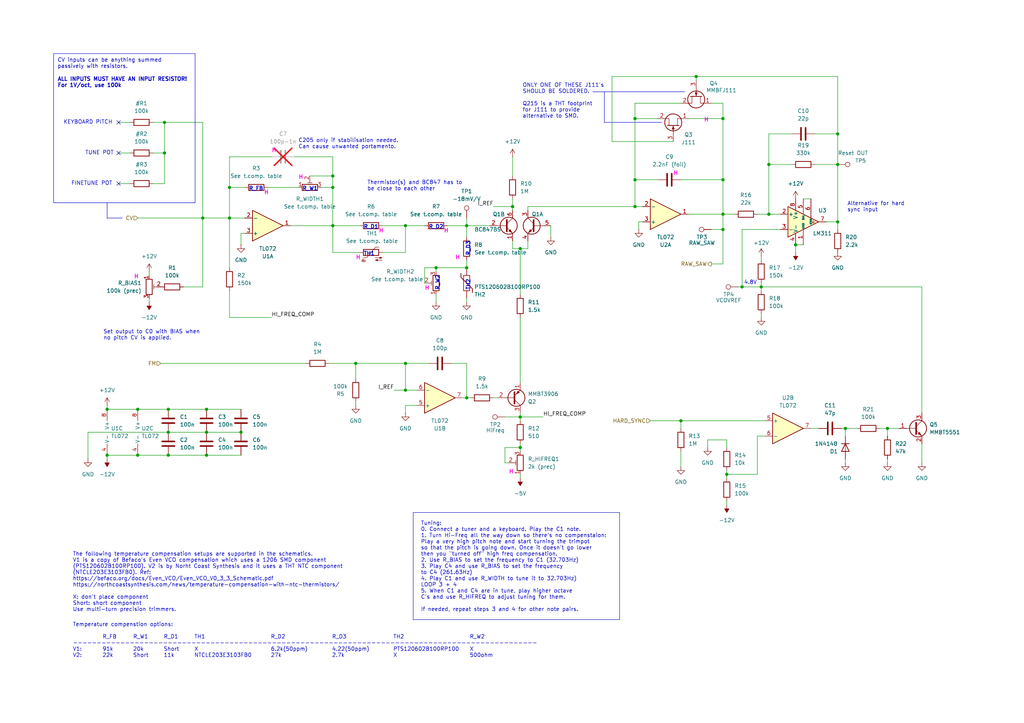
<source format=kicad_sch>
(kicad_sch (version 20250114) (generator "eeschema") (generator_version "9.0")
  (paper "User" 340 240)
  (rectangle (start 137.16 170.18) (end 205.74 205.74) (fill (type color) (color 255 255 255 1)))
  (rectangle (start 17.78 17.78) (end 64.77 67.31))
  (text "ONLY ONE OF THESE J111's\nSHOULD BE SOLDERED.\n\nQ215 is a THT footprint\nfor J111 to provide \nalternative to SMD." (at 173.482 33.528 0) (effects (font (size 1.27 1.27)) (justify left)))
  (text "R_W2" (at 146.05 96.52 90) (effects (font (size 1.27 1.27) (thickness 0.254) (bold yes)) (justify left bottom)))
  (text "H" (at 223.52 58.42 0) (effects (font (size 1.27 1.27) (thickness 0.254) (bold yes)) (justify left bottom)))
  (text "TH2" (at 156.21 96.52 90) (effects (font (size 1.27 1.27) (thickness 0.254) (bold yes)) (justify left bottom)))
  (text "H" (at 151.13 86.36 0) (effects (font (size 1.27 1.27) (thickness 0.254) (bold yes)) (justify left bottom)))
  (text "Tuning:\n0. Connect a tuner and a keyboard. Play the C1 note. \n1. Turn Hi-Freq all the way down so there's no compenstaion:\nPlay a very high pitch note and start turning the trimpot\nso that the pitch is going down. Once it doesn't go lower\nthen you \"turned off\" high freq compensation.\n2. Use R_BIAS to set the frequency to C1 (32.703Hz)\n3. Play C4 and use R_BIAS to set the frequency \nto C4 (261.63Hz)\n4. Play C1 and use R_WIDTH to tune it to 32.703Hz)\nLOOP 3 + 4\n5. When C1 and C4 are in tune, play higher octave \nC's and use R_HIFREQ to adjust tuning for them.\n\nIf needed, repeat steps 3 and 4 for other note pairs." (at 139.7 203.2 0) (effects (font (size 1.27 1.27)) (justify left bottom)))
  (text "R_W1" (at 100.33 63.5 0) (effects (font (size 1.27 1.27) (thickness 0.254) (bold yes)) (justify left bottom)))
  (text "C205 only if stabilisation needed.\nCan cause unwanted portamento." (at 99.06 49.53 0) (effects (font (size 1.27 1.27)) (justify left bottom)))
  (text "Thermistor(s) and BC847 has to \nbe close to each other" (at 121.92 63.5 0) (effects (font (size 1.27 1.27)) (justify left bottom)))
  (text "ALL INPUTS MUST HAVE AN INPUT RESISTOR!\nFor 1V/oct, use 100k" (at 19.05 29.21 0) (effects (font (size 1.27 1.27) (thickness 0.254) (bold yes)) (justify left bottom)))
  (text "H" (at 125.73 77.47 0) (effects (font (size 1.27 1.27) (thickness 0.254) (bold yes)) (justify left bottom)))
  (text "Alternative for hard \nsync input" (at 281.305 70.485 0) (effects (font (size 1.27 1.27)) (justify left bottom)))
  (text "Temperature compenstion options:\n\n		R_FB	R_W1	R_D1	TH1					R_D2			R_D3			TH2					R_W2\n--------------------------------------------------------------------------------------------------\nV1: 	91k		20k		Short	X					6.2k(50ppm)		4.22(50ppm)		PTS120602B100RP100	X\nV2: 	22k		Short	11k		NTCLE203E3103FB0	27k				2.7k			X					500ohm\n" (at 24.13 218.44 0) (effects (font (size 1.27 1.27)) (justify left bottom)))
  (text "CV inputs can be anything summed \npassively with resistors.\n" (at 19.05 22.86 0) (effects (font (size 1.27 1.27) (thickness 0.1588)) (justify left bottom)))
  (text "KEYBOARD PITCH" (at 29.21 40.64 0) (effects (font (size 1.27 1.27))))
  (text "H" (at 147.32 77.47 0) (effects (font (size 1.27 1.27) (thickness 0.254) (bold yes)) (justify left bottom)))
  (text "H" (at 168.91 157.48 0) (effects (font (size 1.27 1.27) (thickness 0.254) (bold yes)) (justify left bottom)))
  (text "TUNE POT" (at 33.02 50.8 0) (effects (font (size 1.27 1.27))))
  (text "The following temperature compensation setups are supported in the schematics.\nV1 is a copy of Befaco's Even VCO compensation which uses a 1206 SMD component \n(PTS120602B100RP100). V2 is by Norht Coast Synthesis and it uses a THT NTC component \n(NTCLE203E3103FB0). Ref:\nhttps://befaco.org/docs/Even_VCO/Even_VCO_V0_3_3_Schematic.pdf\nhttps://northcoastsynthesis.com/news/temperature-compensation-with-ntc-thermistors/\n\nX: don't place component\nShort: short component\nUse multi-turn precision trimmers." (at 24.13 203.2 0) (effects (font (size 1.27 1.27)) (justify left bottom)))
  (text "TH1" (at 120.65 85.09 0) (effects (font (size 1.27 1.27) (thickness 0.254) (bold yes)) (justify left bottom)))
  (text "R_FB" (at 82.55 63.5 0) (effects (font (size 1.27 1.27) (thickness 0.254) (bold yes)) (justify left bottom)))
  (text "H" (at 99.06 59.69 0) (effects (font (size 1.27 1.27) (thickness 0.254) (bold yes)) (justify left bottom)))
  (text "H" (at 233.68 40.64 0) (effects (font (size 1.27 1.27) (thickness 0.254) (bold yes)) (justify left bottom)))
  (text "FINETUNE POT" (at 30.48 60.96 0) (effects (font (size 1.27 1.27))))
  (text "H" (at 44.45 92.71 0) (effects (font (size 1.27 1.27) (thickness 0.254) (bold yes)) (justify left bottom)))
  (text "R_D3" (at 156.21 85.09 90) (effects (font (size 1.27 1.27) (thickness 0.254) (bold yes)) (justify left bottom)))
  (text "R_D1" (at 120.65 76.2 0) (effects (font (size 1.27 1.27) (thickness 0.254) (bold yes)) (justify left bottom)))
  (text "Set output to C0 with BIAS when\nno pitch CV is applied." (at 34.29 113.03 0) (effects (font (size 1.27 1.27)) (justify left bottom)))
  (text "H" (at 118.11 86.36 0) (effects (font (size 1.27 1.27) (thickness 0.254) (bold yes)) (justify left bottom)))
  (text "R_D2" (at 142.24 76.2 0) (effects (font (size 1.27 1.27) (thickness 0.254) (bold yes)) (justify left bottom)))
  (text "H" (at 90.17 50.8 0) (effects (font (size 1.27 1.27) (thickness 0.254) (bold yes)) (justify left bottom)))
  (text "H" (at 87.63 64.77 0) (effects (font (size 1.27 1.27) (thickness 0.254) (bold yes)) (justify left bottom)))
  (text "H" (at 140.97 96.52 0) (effects (font (size 1.27 1.27) (thickness 0.254) (bold yes)) (justify left bottom)))
  (text "4.8V" (at 247.015 94.615 0) (effects (font (size 1.27 1.27)) (justify left bottom)))
  (junction (at 80.01 143.51))
  (junction (at 172.72 138.43))
  (junction (at 45.72 151.13))
  (junction (at 55.88 135.89))
  (junction (at 134.62 129.54))
  (junction (at 154.94 88.9))
  (junction (at 240.03 59.69))
  (junction (at 55.88 143.51))
  (junction (at 172.72 148.59))
  (junction (at 35.56 135.89))
  (junction (at 170.18 68.58))
  (junction (at 280.67 142.24))
  (junction (at 240.03 71.12))
  (junction (at 68.58 151.13))
  (junction (at 35.56 151.13))
  (junction (at 252.73 95.25))
  (junction (at 241.3 157.48))
  (junction (at 67.31 72.39))
  (junction (at 110.49 62.23))
  (junction (at 278.13 44.45))
  (junction (at 172.72 82.55))
  (junction (at 231.14 25.4))
  (junction (at 246.38 95.25))
  (junction (at 240.03 39.37))
  (junction (at 110.49 58.42))
  (junction (at 68.58 135.89))
  (junction (at 226.06 139.7))
  (junction (at 154.94 74.93))
  (junction (at 294.64 142.24))
  (junction (at 210.82 59.69))
  (junction (at 210.82 39.37))
  (junction (at 134.62 74.93))
  (junction (at 134.62 120.65))
  (junction (at 278.13 73.66))
  (junction (at 76.2 62.23))
  (junction (at 54.61 40.64))
  (junction (at 54.61 50.8))
  (junction (at 240.03 76.2))
  (junction (at 68.58 143.51))
  (junction (at 76.2 72.39))
  (junction (at 110.49 74.93))
  (junction (at 55.88 151.13))
  (junction (at 144.78 88.9))
  (junction (at 278.13 54.61))
  (junction (at 210.82 68.58))
  (junction (at 255.27 71.12))
  (junction (at 154.94 132.08))
  (junction (at 264.16 81.28))
  (junction (at 45.72 135.89))
  (junction (at 255.27 54.61))
  (junction (at 118.11 120.65))
  (no_connect (at 39.37 40.64))
  (no_connect (at 39.37 50.8))
  (no_connect (at 39.37 60.96))
  (wire (pts (xy 215.9 139.7) (xy 226.06 139.7)))
  (wire (pts (xy 241.3 157.48) (xy 251.46 157.48)))
  (wire (pts (xy 252.73 85.09) (xy 252.73 86.36)))
  (wire (pts (xy 76.2 72.39) (xy 76.2 88.9)))
  (wire (pts (xy 294.64 142.24) (xy 294.64 144.78)))
  (wire (pts (xy 210.82 59.69) (xy 210.82 68.58)))
  (wire (pts (xy 54.61 60.96) (xy 50.8 60.96)))
  (wire (pts (xy 68.58 143.51) (xy 80.01 143.51)))
  (wire (pts (xy 142.24 120.65) (xy 134.62 120.65)))
  (wire (pts (xy 49.53 99.06) (xy 49.53 100.33)))
  (wire (pts (xy 175.26 69.85) (xy 175.26 68.58)))
  (wire (pts (xy 255.27 54.61) (xy 255.27 71.12)))
  (wire (pts (xy 154.94 120.65) (xy 154.94 132.08)))
  (wire (pts (xy 278.13 54.61) (xy 278.13 73.66)))
  (wire (pts (xy 240.03 76.2) (xy 240.03 87.63)))
  (wire (pts (xy 212.09 73.66) (xy 212.09 76.2)))
  (wire (pts (xy 234.95 146.05) (xy 241.3 146.05)))
  (wire (pts (xy 240.03 87.63) (xy 236.22 87.63)))
  (wire (pts (xy 76.2 105.41) (xy 76.2 96.52)))
  (wire (pts (xy 110.49 58.42) (xy 110.49 62.23)))
  (wire (pts (xy 168.91 153.67) (xy 167.64 153.67)))
  (wire (pts (xy 294.64 152.4) (xy 294.64 153.67)))
  (wire (pts (xy 67.31 72.39) (xy 67.31 95.25)))
  (wire (pts (xy 163.83 132.08) (xy 165.1 132.08)))
  (wire (pts (xy 110.49 52.07) (xy 110.49 58.42)))
  (wire (pts (xy 140.97 93.98) (xy 140.97 88.9)))
  (wire (pts (xy 110.49 83.82) (xy 110.49 74.93)))
  (wire (pts (xy 102.87 58.42) (xy 110.49 58.42)))
  (wire (pts (xy 35.56 151.13) (xy 35.56 152.4)))
  (wire (pts (xy 170.18 68.58) (xy 170.18 69.85)))
  (wire (pts (xy 134.62 134.62) (xy 134.62 137.16)))
  (wire (pts (xy 45.72 72.39) (xy 67.31 72.39)))
  (wire (pts (xy 54.61 50.8) (xy 54.61 60.96)))
  (wire (pts (xy 280.67 142.24) (xy 280.67 144.78)))
  (wire (pts (xy 167.64 148.59) (xy 172.72 148.59)))
  (wire (pts (xy 251.46 71.12) (xy 255.27 71.12)))
  (wire (pts (xy 96.52 74.93) (xy 110.49 74.93)))
  (wire (pts (xy 226.06 149.86) (xy 226.06 154.94)))
  (wire (pts (xy 213.36 73.66) (xy 212.09 73.66)))
  (wire (pts (xy 241.3 167.64) (xy 241.3 166.37)))
  (wire (pts (xy 154.94 72.39) (xy 154.94 74.93)))
  (wire (pts (xy 154.94 132.08) (xy 156.21 132.08)))
  (wire (pts (xy 270.51 44.45) (xy 278.13 44.45)))
  (wire (pts (xy 154.94 86.36) (xy 154.94 88.9)))
  (wire (pts (xy 240.03 34.29) (xy 240.03 39.37)))
  (wire (pts (xy 172.72 105.41) (xy 172.72 127)))
  (wire (pts (xy 67.31 40.64) (xy 67.31 72.39)))
  (wire (pts (xy 170.18 66.04) (xy 170.18 68.58)))
  (wire (pts (xy 154.94 74.93) (xy 162.56 74.93)))
  (wire (pts (xy 172.72 147.32) (xy 172.72 148.59)))
  (wire (pts (xy 76.2 52.07) (xy 76.2 62.23)))
  (wire (pts (xy 252.73 104.14) (xy 252.73 105.41)))
  (wire (pts (xy 76.2 72.39) (xy 81.28 72.39)))
  (wire (pts (xy 236.22 34.29) (xy 240.03 34.29)))
  (wire (pts (xy 80.01 77.47) (xy 80.01 81.28)))
  (wire (pts (xy 240.03 71.12) (xy 243.84 71.12)))
  (wire (pts (xy 118.11 134.62) (xy 118.11 133.35)))
  (wire (pts (xy 172.72 148.59) (xy 172.72 149.86)))
  (wire (pts (xy 88.9 62.23) (xy 99.06 62.23)))
  (wire (pts (xy 154.94 74.93) (xy 154.94 78.74)))
  (wire (pts (xy 210.82 39.37) (xy 218.44 39.37)))
  (wire (pts (xy 119.38 83.82) (xy 110.49 83.82)))
  (wire (pts (xy 170.18 82.55) (xy 172.72 82.55)))
  (wire (pts (xy 134.62 120.65) (xy 134.62 129.54)))
  (wire (pts (xy 134.62 74.93) (xy 140.97 74.93)))
  (wire (pts (xy 170.18 52.07) (xy 170.18 58.42)))
  (wire (pts (xy 49.53 90.17) (xy 49.53 91.44)))
  (wire (pts (xy 167.64 138.43) (xy 172.72 138.43)))
  (wire (pts (xy 246.38 76.2) (xy 246.38 95.25)))
  (wire (pts (xy 240.03 71.12) (xy 228.6 71.12)))
  (wire (pts (xy 306.07 147.32) (xy 306.07 153.67)))
  (wire (pts (xy 76.2 62.23) (xy 76.2 72.39)))
  (wire (pts (xy 172.72 157.48) (xy 172.72 158.75)))
  (wire (pts (xy 127 83.82) (xy 134.62 83.82)))
  (wire (pts (xy 29.21 152.4) (xy 29.21 143.51)))
  (wire (pts (xy 210.82 39.37) (xy 210.82 59.69)))
  (wire (pts (xy 306.07 95.25) (xy 306.07 137.16)))
  (wire (pts (xy 236.22 76.2) (xy 240.03 76.2)))
  (wire (pts (xy 110.49 74.93) (xy 119.38 74.93)))
  (wire (pts (xy 241.3 157.48) (xy 241.3 158.75)))
  (wire (pts (xy 223.52 46.99) (xy 203.2 46.99)))
  (wire (pts (xy 246.38 76.2) (xy 259.08 76.2)))
  (wire (pts (xy 264.16 81.28) (xy 266.7 81.28)))
  (wire (pts (xy 255.27 44.45) (xy 255.27 54.61)))
  (wire (pts (xy 127 74.93) (xy 134.62 74.93)))
  (wire (pts (xy 154.94 99.06) (xy 154.94 100.33)))
  (wire (pts (xy 109.22 120.65) (xy 118.11 120.65)))
  (wire (pts (xy 90.17 52.07) (xy 76.2 52.07)))
  (wire (pts (xy 134.62 129.54) (xy 138.43 129.54)))
  (wire (pts (xy 144.78 88.9) (xy 154.94 88.9)))
  (wire (pts (xy 231.14 25.4) (xy 278.13 25.4)))
  (wire (pts (xy 278.13 44.45) (xy 278.13 54.61)))
  (wire (pts (xy 271.78 142.24) (xy 269.24 142.24)))
  (wire (pts (xy 130.81 129.54) (xy 134.62 129.54)))
  (wire (pts (xy 67.31 72.39) (xy 76.2 72.39)))
  (wire (pts (xy 118.11 120.65) (xy 134.62 120.65)))
  (wire (pts (xy 134.62 83.82) (xy 134.62 74.93)))
  (wire (pts (xy 226.06 59.69) (xy 240.03 59.69)))
  (wire (pts (xy 54.61 40.64) (xy 54.61 50.8)))
  (wire (pts (xy 172.72 138.43) (xy 180.34 138.43)))
  (wire (pts (xy 68.58 151.13) (xy 80.01 151.13)))
  (wire (pts (xy 228.6 39.37) (xy 240.03 39.37)))
  (polyline (pts (xy 200.66 30.48) (xy 200.66 40.64)))
  (wire (pts (xy 172.72 82.55) (xy 175.26 82.55)))
  (wire (pts (xy 172.72 137.16) (xy 172.72 138.43)))
  (wire (pts (xy 167.64 153.67) (xy 167.64 148.59)))
  (wire (pts (xy 60.96 95.25) (xy 67.31 95.25)))
  (wire (pts (xy 252.73 95.25) (xy 306.07 95.25)))
  (wire (pts (xy 55.88 143.51) (xy 68.58 143.51)))
  (wire (pts (xy 240.03 39.37) (xy 240.03 59.69)))
  (wire (pts (xy 279.4 142.24) (xy 280.67 142.24)))
  (wire (pts (xy 29.21 143.51) (xy 55.88 143.51)))
  (wire (pts (xy 203.2 25.4) (xy 231.14 25.4)))
  (wire (pts (xy 175.26 80.01) (xy 175.26 82.55)))
  (wire (pts (xy 54.61 40.64) (xy 67.31 40.64)))
  (wire (pts (xy 246.38 95.25) (xy 252.73 95.25)))
  (wire (pts (xy 39.37 60.96) (xy 43.18 60.96)))
  (wire (pts (xy 251.46 144.78) (xy 254 144.78)))
  (wire (pts (xy 240.03 59.69) (xy 240.03 71.12)))
  (wire (pts (xy 144.78 97.79) (xy 144.78 100.33)))
  (wire (pts (xy 45.72 151.13) (xy 55.88 151.13)))
  (wire (pts (xy 210.82 68.58) (xy 213.36 68.58)))
  (wire (pts (xy 245.11 95.25) (xy 246.38 95.25)))
  (wire (pts (xy 81.28 62.23) (xy 76.2 62.23)))
  (wire (pts (xy 68.58 135.89) (xy 80.01 135.89)))
  (wire (pts (xy 50.8 40.64) (xy 54.61 40.64)))
  (wire (pts (xy 35.56 151.13) (xy 45.72 151.13)))
  (wire (pts (xy 262.89 44.45) (xy 255.27 44.45)))
  (wire (pts (xy 280.67 153.67) (xy 280.67 152.4)))
  (wire (pts (xy 144.78 88.9) (xy 144.78 90.17)))
  (wire (pts (xy 262.89 54.61) (xy 255.27 54.61)))
  (wire (pts (xy 241.3 156.21) (xy 241.3 157.48)))
  (wire (pts (xy 292.1 142.24) (xy 294.64 142.24)))
  (wire (pts (xy 175.26 68.58) (xy 210.82 68.58)))
  (wire (pts (xy 278.13 73.66) (xy 274.32 73.66)))
  (wire (pts (xy 234.95 148.59) (xy 234.95 146.05)))
  (wire (pts (xy 240.03 71.12) (xy 240.03 76.2)))
  (wire (pts (xy 252.73 96.52) (xy 252.73 95.25)))
  (wire (pts (xy 210.82 34.29) (xy 210.82 39.37)))
  (wire (pts (xy 50.8 50.8) (xy 54.61 50.8)))
  (polyline (pts (xy 196.85 30.48) (xy 227.33 30.48)))
  (wire (pts (xy 110.49 62.23) (xy 106.68 62.23)))
  (wire (pts (xy 226.06 139.7) (xy 254 139.7)))
  (wire (pts (xy 294.64 142.24) (xy 298.45 142.24)))
  (wire (pts (xy 149.86 120.65) (xy 154.94 120.65)))
  (wire (pts (xy 170.18 80.01) (xy 170.18 82.55)))
  (wire (pts (xy 182.88 74.93) (xy 182.88 78.74)))
  (wire (pts (xy 110.49 74.93) (xy 110.49 62.23)))
  (wire (pts (xy 39.37 40.64) (xy 43.18 40.64)))
  (wire (pts (xy 35.56 135.89) (xy 45.72 135.89)))
  (wire (pts (xy 39.37 50.8) (xy 43.18 50.8)))
  (wire (pts (xy 45.72 135.89) (xy 55.88 135.89)))
  (polyline (pts (xy 35.56 67.31) (xy 35.56 72.39)))
  (wire (pts (xy 138.43 134.62) (xy 134.62 134.62)))
  (wire (pts (xy 226.06 139.7) (xy 226.06 142.24)))
  (wire (pts (xy 241.3 146.05) (xy 241.3 148.59)))
  (wire (pts (xy 203.2 46.99) (xy 203.2 25.4)))
  (wire (pts (xy 81.28 77.47) (xy 80.01 77.47)))
  (wire (pts (xy 264.16 83.82) (xy 264.16 81.28)))
  (wire (pts (xy 153.67 132.08) (xy 154.94 132.08)))
  (wire (pts (xy 252.73 93.98) (xy 252.73 95.25)))
  (wire (pts (xy 255.27 71.12) (xy 259.08 71.12)))
  (wire (pts (xy 270.51 54.61) (xy 278.13 54.61)))
  (wire (pts (xy 140.97 88.9) (xy 144.78 88.9)))
  (wire (pts (xy 118.11 120.65) (xy 118.11 125.73)))
  (wire (pts (xy 172.72 82.55) (xy 172.72 97.79)))
  (wire (pts (xy 35.56 134.62) (xy 35.56 135.89)))
  (wire (pts (xy 148.59 74.93) (xy 154.94 74.93)))
  (wire (pts (xy 251.46 157.48) (xy 251.46 144.78)))
  (wire (pts (xy 90.17 105.41) (xy 76.2 105.41)))
  (wire (pts (xy 231.14 25.4) (xy 231.14 26.67)))
  (polyline (pts (xy 40.64 72.39) (xy 35.56 72.39)))
  (wire (pts (xy 218.44 59.69) (xy 210.82 59.69)))
  (wire (pts (xy 172.72 138.43) (xy 172.72 139.7)))
  (wire (pts (xy 266.7 66.04) (xy 269.24 66.04)))
  (wire (pts (xy 55.88 151.13) (xy 68.58 151.13)))
  (wire (pts (xy 280.67 142.24) (xy 284.48 142.24)))
  (wire (pts (xy 210.82 34.29) (xy 226.06 34.29)))
  (wire (pts (xy 53.34 120.65) (xy 101.6 120.65)))
  (wire (pts (xy 163.83 68.58) (xy 170.18 68.58)))
  (wire (pts (xy 55.88 135.89) (xy 68.58 135.89)))
  (wire (pts (xy 97.79 52.07) (xy 110.49 52.07)))
  (wire (pts (xy 278.13 73.66) (xy 278.13 76.2)))
  (polyline (pts (xy 200.66 40.64) (xy 219.71 40.64)))
  (wire (pts (xy 278.13 44.45) (xy 278.13 25.4)))
  (label "I_REF" (at 163.83 68.58 180))
  (label "HI_FREQ_COMP" (at 90.17 105.41 0))
  (label "HI_FREQ_COMP" (at 180.34 138.43 0))
  (label "I_REF" (at 130.81 129.54 180))
  (hierarchical_label "RAW_SAW" (shape output) (at 236.22 87.63 180))
  (hierarchical_label "HARD_SYNC" (shape input) (at 215.9 139.7 180))
  (hierarchical_label "FM" (shape input) (at 53.34 120.65 180))
  (hierarchical_label "CV" (shape input) (at 45.72 72.39 180))
  (symbol (lib_id "Device:C") (at 55.88 139.7 0) (unit 1)
    (property "Reference" "C1" (at 59.69 138.43 0) (effects (justify left)))
    (property "Value" "100n" (at 59.69 140.97 0) (effects (justify left)))
    (property "Footprint" "Capacitor_SMD:C_0603_1608Metric" (effects (hide yes)))
    (property "LCSC" "C14663" (effects (hide yes)))
    (property "CHECKED" "YES" (effects (hide yes)))
    (property "Vendor" "JLCPCB" (effects (hide yes)))
  )
  (symbol (lib_id "power:+12V") (at 49.53 90.17 0) (unit 1)
    (property "Reference" "#PWR05" (effects (hide yes)))
    (property "Value" "+12V" (at 49.53 85.09 0))
    (property "Description" "Power symbol creates a global label with name \"+12V\"" (effects (hide yes)))
  )
  (symbol (lib_id "Transistor_BJT:MMBT5551L") (at 303.53 142.24 0) (unit 1)
    (property "Reference" "Q5" (at 308.61 140.9699 0) (effects (justify left)))
    (property "Value" "MMBT5551" (at 308.61 143.5099 0) (effects (justify left)))
    (property "Footprint" "Package_TO_SOT_SMD:SOT-23" (effects (hide yes)))
    (property "Datasheet" "www.onsemi.com/pub/Collateral/MMBT5550LT1-D.PDF" (effects (hide yes)))
    (property "Description" "0.6A Ic, 160V Vce, NPN Transistor, SOT-23" (effects (hide yes)))
    (property "LCSC" "C2145" (effects (hide yes)))
    (property "Vendor" "JLCPCB" (effects (hide yes)))
    (property "CHECKED" "YES" (effects (hide yes)))
  )
  (symbol (lib_id "Device:R") (at 144.78 74.93 90) (unit 1)
    (property "Reference" "R7" (at 144.78 68.58 90))
    (property "Value" "See t.comp. table" (at 144.78 71.12 90))
    (property "Footprint" "Shmoergh_Custom_Footprints:R_Axial_DIN0207_L6.3mm_D2.5mm_P7.62mm_Horizontal" (effects (hide yes)))
    (property "Hestore" "https://www.hestore.hu/prod_10020536.html" (effects (hide yes)))
    (property "CHECKED" "YES" (effects (hide yes)))
  )
  (symbol (lib_id "Device:C") (at 55.88 147.32 0) (unit 1)
    (property "Reference" "C2" (at 59.69 146.05 0) (effects (justify left)))
    (property "Value" "100n" (at 59.69 148.59 0) (effects (justify left)))
    (property "Footprint" "Capacitor_SMD:C_0603_1608Metric" (effects (hide yes)))
    (property "LCSC" "C14663" (effects (hide yes)))
    (property "CHECKED" "YES" (effects (hide yes)))
    (property "Vendor" "JLCPCB" (effects (hide yes)))
  )
  (symbol (lib_id "Connector:TestPoint") (at 278.13 54.61 270) (unit 1) (in_bom no)
    (property "Reference" "TP5" (at 285.75 53.34 90))
    (property "Value" "Reset OUT" (at 283.21 50.8 90))
    (property "Footprint" "TestPoint:TestPoint_THTPad_2.0x2.0mm_Drill1.0mm" (effects (hide yes)))
    (property "CHECKED" "YES" (effects (hide yes)))
  )
  (symbol (lib_id "power:GND") (at 29.21 152.4 0) (unit 1)
    (property "Reference" "#PWR02" (effects (hide yes)))
    (property "Value" "GND" (at 29.21 157.48 0))
    (property "Description" "Power symbol creates a global label with name \"GND\" , ground" (effects (hide yes)))
  )
  (symbol (lib_id "Device:C") (at 275.59 142.24 90) (unit 1)
    (property "Reference" "C11" (at 275.59 134.62 90))
    (property "Value" "47p" (at 275.59 137.16 90))
    (property "Footprint" "Capacitor_SMD:C_0603_1608Metric" (effects (hide yes)))
    (property "LCSC" "C1671" (effects (hide yes)))
    (property "CHECKED" "YES" (effects (hide yes)))
    (property "Vendor" "JLCPCB" (effects (hide yes)))
  )
  (symbol (lib_id "Device:C") (at 68.58 139.7 0) (unit 1)
    (property "Reference" "C3" (at 72.39 138.43 0) (effects (justify left)))
    (property "Value" "100n" (at 72.39 140.97 0) (effects (justify left)))
    (property "Footprint" "Capacitor_SMD:C_0603_1608Metric" (effects (hide yes)))
    (property "LCSC" "C14663" (effects (hide yes)))
    (property "CHECKED" "YES" (effects (hide yes)))
    (property "Vendor" "JLCPCB" (effects (hide yes)))
  )
  (symbol (lib_id "Transistor_BJT:BC847BS") (at 177.8 74.93 0) (mirror y) (unit 2)
    (property "Reference" "Q1" (at 167.64 71.12 0) (effects (justify left)))
    (property "Value" "BC847BS" (at 166.37 76.2 0) (effects (justify left)))
    (property "Footprint" "Package_TO_SOT_SMD:SOT-363_SC-70-6" (effects (hide yes)))
    (property "Datasheet" "https://assets.nexperia.com/documents/data-sheet/BC847BS.pdf" (effects (hide yes)))
    (property "Description" "100mA IC, 45V Vce, Dual NPN/NPN Transistors, SOT-363" (effects (hide yes)))
    (property "Vendor" "JLCPCB" (effects (hide yes)))
    (property "LCSC" "C5380687" (effects (hide yes)))
    (property "CHECKED" "YES" (effects (hide yes)))
  )
  (symbol (lib_id "power:GND") (at 154.94 100.33 0) (unit 1)
    (property "Reference" "#PWR011" (effects (hide yes)))
    (property "Value" "GND" (at 154.94 105.41 0))
    (property "Description" "Power symbol creates a global label with name \"GND\" , ground" (effects (hide yes)))
  )
  (symbol (lib_id "Device:R") (at 252.73 90.17 180) (unit 1)
    (property "Reference" "R17" (at 255.27 88.9 0) (effects (justify right)))
    (property "Value" "150k" (at 255.27 91.44 0) (effects (justify right)))
    (property "Footprint" "Resistor_SMD:R_0603_1608Metric" (effects (hide yes)))
    (property "LCSC" "C22807" (effects (hide yes)))
    (property "CHECKED" "YES" (effects (hide yes)))
    (property "Vendor" "JLCPCB" (effects (hide yes)))
  )
  (symbol (lib_id "power:GND") (at 182.88 78.74 0) (unit 1)
    (property "Reference" "#PWR014" (effects (hide yes)))
    (property "Value" "GND" (at 182.88 83.82 0))
    (property "Description" "Power symbol creates a global label with name \"GND\" , ground" (effects (hide yes)))
  )
  (symbol (lib_id "Device:R") (at 247.65 71.12 90) (unit 1)
    (property "Reference" "R16" (at 247.65 64.77 90))
    (property "Value" "22k" (at 247.65 67.31 90))
    (property "Footprint" "Resistor_SMD:R_0603_1608Metric" (effects (hide yes)))
    (property "LCSC" "C31850" (effects (hide yes)))
    (property "CHECKED" "YES" (effects (hide yes)))
    (property "Vendor" "JLCPCB" (effects (hide yes)))
  )
  (symbol (lib_id "Device:R_Potentiometer_Trim") (at 172.72 153.67 180) (unit 1)
    (property "Reference" "R_HIFREQ1" (at 175.26 152.3999 0) (effects (justify right)))
    (property "Value" "2k (prec)" (at 175.26 154.9399 0) (effects (justify right)))
    (property "Footprint" "Potentiometer_THT:Potentiometer_Bourns_3006P_Horizontal" (effects (hide yes)))
    (property "Arwill" "https://arwill.hu/termekek/passziv-alkatreszek/trimmer-potmeterek/7401/2-2k-helitrimmer-potmeter-198436/" (effects (hide yes)))
    (property "Part URL" "https://mou.sr/3ZK9AMt" (effects (hide yes)))
    (property "Vendor" "Mouser" (effects (hide yes)))
    (property "CHECKED" "YES" (effects (hide yes)))
    (property "Mouser Part no." "652-3006P-1-202-LF" (effects (hide yes)))
  )
  (symbol (lib_id "Device:R") (at 118.11 129.54 180) (unit 1)
    (property "Reference" "R5" (at 113.03 130.81 0))
    (property "Value" "100k" (at 113.03 128.27 0))
    (property "Footprint" "Resistor_SMD:R_0603_1608Metric" (effects (hide yes)))
    (property "LCSC" "C25803" (effects (hide yes)))
    (property "CHECKED" "YES" (effects (hide yes)))
    (property "Vendor" "JLCPCB" (effects (hide yes)))
  )
  (symbol (lib_id "Device:R_Potentiometer_Trim") (at 102.87 62.23 90) (unit 1)
    (property "Reference" "R_WIDTH1" (at 102.87 66.04 90))
    (property "Value" "See t.comp. table" (at 102.87 68.58 90))
    (property "Footprint" "Potentiometer_THT:Potentiometer_Bourns_3006P_Horizontal" (effects (hide yes)))
    (property "Arwill" "https://arwill.hu/termekek/passziv-alkatreszek/trimmer-potmeterek/7401/20k-helitrimmer-potmeter-850118/" (effects (hide yes)))
    (property "Part URL" "https://mou.sr/41re1x3" (effects (hide yes)))
    (property "Vendor" "Mouser" (effects (hide yes)))
    (property "CHECKED" "YES" (effects (hide yes)))
    (property "Mouser Part no." "652-3006P-7-203-LF" (effects (hide yes)))
  )
  (symbol (lib_id "Device:R_Potentiometer_Trim") (at 49.53 95.25 0) (unit 1)
    (property "Reference" "R_BIAS1" (at 46.99 93.9799 0) (effects (justify right)))
    (property "Value" "100k (prec)" (at 46.99 96.5199 0) (effects (justify right)))
    (property "Footprint" "Potentiometer_THT:Potentiometer_Bourns_3006P_Horizontal" (effects (hide yes)))
    (property "Arwill" "https://arwill.hu/termekek/passziv-alkatreszek/trimmer-potmeterek/7401/2-2k-helitrimmer-potmeter-198436/" (effects (hide yes)))
    (property "Part URL" "https://mou.sr/4ff5W1E" (effects (hide yes)))
    (property "Vendor" "Mouser" (effects (hide yes)))
    (property "CHECKED" "YES" (effects (hide yes)))
    (property "Mouser Part no." "652-3006P-1-104-LF" (effects (hide yes)))
  )
  (symbol (lib_id "Device:R") (at 154.94 82.55 0) (unit 1)
    (property "Reference" "R8" (at 157.48 81.28 0) (effects (justify left)))
    (property "Value" "See t.comp. table" (at 157.48 83.82 0) (effects (justify left)))
    (property "Footprint" "Shmoergh_Custom_Footprints:R_Axial_DIN0207_L6.3mm_D2.5mm_P7.62mm_Horizontal" (effects (hide yes)))
    (property "Hestore" "https://www.hestore.hu/prod_10034264.html" (effects (hide yes)))
    (property "Part URL" "https://hu.mouser.com/ProductDetail/YAGEO/MFR50SFTE52-4R22?qs=UFD7vfw3J8rJKelB1vtMtA%3D%3D" (effects (hide yes)))
    (property "CHECKED" "YES" (effects (hide yes)))
  )
  (symbol (lib_id "Amplifier_Operational:TL072") (at 48.26 143.51 0) (unit 3)
    (property "Reference" "U2" (at 46.99 142.24 0) (effects (justify left)))
    (property "Value" "TL072" (at 46.99 144.78 0) (effects (justify left)))
    (property "Footprint" "Package_SO:SOIC-8_3.9x4.9mm_P1.27mm" (effects (hide yes)))
    (property "Datasheet" "http://www.ti.com/lit/ds/symlink/tl071.pdf" (effects (hide yes)))
    (property "LCSC" "C6961" (effects (hide yes)))
    (property "CHECKED" "YES" (effects (hide yes)))
    (property "Vendor" "JLCPCB" (effects (hide yes)))
  )
  (symbol (lib_id "Device:R") (at 241.3 152.4 0) (unit 1)
    (property "Reference" "R14" (at 243.84 151.13 0) (effects (justify left)))
    (property "Value" "10k" (at 243.84 153.67 0) (effects (justify left)))
    (property "Footprint" "Resistor_SMD:R_0603_1608Metric" (effects (hide yes)))
    (property "LCSC" "C25804" (effects (hide yes)))
    (property "CHECKED" "YES" (effects (hide yes)))
    (property "Vendor" "JLCPCB" (effects (hide yes)))
  )
  (symbol (lib_id "Device:R") (at 172.72 143.51 0) (unit 1)
    (property "Reference" "R12" (at 175.26 142.24 0) (effects (justify left)))
    (property "Value" "510" (at 175.26 144.78 0) (effects (justify left)))
    (property "Footprint" "Resistor_SMD:R_0603_1608Metric" (effects (hide yes)))
    (property "LCSC" "C23193" (effects (hide yes)))
    (property "CHECKED" "YES" (effects (hide yes)))
    (property "Vendor" "JLCPCB" (effects (hide yes)))
  )
  (symbol (lib_id "power:-12V") (at 35.56 152.4 180) (unit 1)
    (property "Reference" "#PWR04" (effects (hide yes)))
    (property "Value" "-12V" (at 35.56 157.48 0))
    (property "Description" "Power symbol creates a global label with name \"-12V\"" (effects (hide yes)))
  )
  (symbol (lib_id "Device:R") (at 85.09 62.23 90) (unit 1)
    (property "Reference" "R3" (at 85.09 55.88 90))
    (property "Value" "See t.comp. table" (at 85.09 58.42 90))
    (property "Footprint" "Shmoergh_Custom_Footprints:R_Axial_DIN0207_L6.3mm_D2.5mm_P7.62mm_Horizontal" (effects (hide yes)))
    (property "Hestore" "https://www.hestore.hu/prod_10020570.html" (effects (hide yes)))
    (property "CHECKED" "YES" (effects (hide yes)))
  )
  (symbol (lib_id "Connector:TestPoint") (at 167.64 138.43 90) (unit 1) (in_bom no)
    (property "Reference" "TP2" (at 164.465 140.97 90))
    (property "Value" "HiFreq" (at 164.465 142.875 90))
    (property "Footprint" "TestPoint:TestPoint_THTPad_2.0x2.0mm_Drill1.0mm" (effects (hide yes)))
    (property "CHECKED" "YES" (effects (hide yes)))
  )
  (symbol (lib_id "power:+12V") (at 170.18 52.07 0) (unit 1)
    (property "Reference" "#PWR012" (effects (hide yes)))
    (property "Value" "+12V" (at 170.18 46.99 0))
    (property "Description" "Power symbol creates a global label with name \"+12V\"" (effects (hide yes)))
  )
  (symbol (lib_id "power:-12V") (at 241.3 167.64 180) (unit 1)
    (property "Reference" "#PWR018" (effects (hide yes)))
    (property "Value" "-12V" (at 241.3 172.72 0))
    (property "Description" "Power symbol creates a global label with name \"-12V\"" (effects (hide yes)))
  )
  (symbol (lib_id "power:-12V") (at 264.16 83.82 180) (unit 1)
    (property "Reference" "#PWR022" (effects (hide yes)))
    (property "Value" "-12V" (at 264.16 88.9 0))
    (property "Description" "Power symbol creates a global label with name \"-12V\"" (effects (hide yes)))
  )
  (symbol (lib_id "Device:C") (at 146.05 120.65 90) (unit 1)
    (property "Reference" "C8" (at 146.05 113.03 90))
    (property "Value" "100p" (at 146.05 115.57 90))
    (property "Footprint" "Capacitor_SMD:C_0603_1608Metric" (effects (hide yes)))
    (property "LCSC" "C14858" (effects (hide yes)))
    (property "CHECKED" "YES" (effects (hide yes)))
    (property "Vendor" "JLCPCB" (effects (hide yes)))
  )
  (symbol (lib_id "power:+12V") (at 35.56 134.62 0) (unit 1)
    (property "Reference" "#PWR03" (effects (hide yes)))
    (property "Value" "+12V" (at 35.56 129.54 0))
    (property "Description" "Power symbol creates a global label with name \"+12V\"" (effects (hide yes)))
  )
  (symbol (lib_id "Device:C") (at 222.25 59.69 90) (unit 1)
    (property "Reference" "C9" (at 222.25 52.07 90))
    (property "Value" "2.2nF (foil)" (at 222.25 54.61 90))
    (property "Footprint" "Capacitor_THT:C_Rect_L7.2mm_W2.5mm_P5.00mm_FKS2_FKP2_MKS2_MKP2" (effects (hide yes)))
    (property "Hestore" "https://www.hestore.hu/prod_10022498.html" (effects (hide yes)))
    (property "Part URL" "https://mou.sr/4eLPHe3" (effects (hide yes)))
    (property "Vendor" "Mouser" (effects (hide yes)))
    (property "CHECKED" "YES" (effects (hide yes)))
    (property "Mouser Part no." "80-R82MC1220AA50J " (effects (hide yes)))
  )
  (symbol (lib_id "Amplifier_Operational:TL072") (at 220.98 71.12 0) (mirror x) (unit 1)
    (property "Reference" "U2" (at 220.98 81.28 0))
    (property "Value" "TL072" (at 220.98 78.74 0))
    (property "Footprint" "Package_SO:SOIC-8_3.9x4.9mm_P1.27mm" (effects (hide yes)))
    (property "Datasheet" "http://www.ti.com/lit/ds/symlink/tl071.pdf" (effects (hide yes)))
    (property "LCSC" "C6961" (effects (hide yes)))
    (property "CHECKED" "YES" (effects (hide yes)))
    (property "Vendor" "JLCPCB" (effects (hide yes)))
  )
  (symbol (lib_id "Amplifier_Operational:TL072") (at 88.9 74.93 0) (mirror x) (unit 1)
    (property "Reference" "U1" (at 88.9 85.09 0))
    (property "Value" "TL072" (at 88.9 82.55 0))
    (property "Footprint" "Package_SO:SOIC-8_3.9x4.9mm_P1.27mm" (effects (hide yes)))
    (property "Datasheet" "http://www.ti.com/lit/ds/symlink/tl071.pdf" (effects (hide yes)))
    (property "LCSC" "C6961" (effects (hide yes)))
    (property "CHECKED" "YES" (effects (hide yes)))
    (property "Vendor" "JLCPCB" (effects (hide yes)))
  )
  (symbol (lib_id "Connector:TestPoint") (at 245.11 95.25 90) (unit 1) (in_bom no)
    (property "Reference" "TP4" (at 241.935 97.79 90))
    (property "Value" "VCOVREF" (at 241.935 99.695 90))
    (property "Footprint" "TestPoint:TestPoint_THTPad_2.0x2.0mm_Drill1.0mm" (effects (hide yes)))
    (property "CHECKED" "YES" (effects (hide yes)))
  )
  (symbol (lib_id "Device:R") (at 278.13 80.01 0) (unit 1)
    (property "Reference" "R20" (at 280.67 78.74 0) (effects (justify left)))
    (property "Value" "2.2k" (at 280.67 81.28 0) (effects (justify left)))
    (property "Footprint" "Resistor_SMD:R_0603_1608Metric" (effects (hide yes)))
    (property "LCSC" "C4190" (effects (hide yes)))
    (property "CHECKED" "YES" (effects (hide yes)))
    (property "Vendor" "JLCPCB" (effects (hide yes)))
  )
  (symbol (lib_id "Device:R") (at 46.99 40.64 90) (unit 1)
    (property "Reference" "#R1" (at 46.99 34.29 90))
    (property "Value" "100k" (at 46.99 36.83 90))
    (property "Description" "Resistor" (effects (hide yes)))
  )
  (symbol (lib_id "Comparator:LM311") (at 266.7 73.66 0) (unit 1)
    (property "Reference" "U3" (at 273.05 69.85 0))
    (property "Value" "LM311" (at 273.05 77.47 0))
    (property "Footprint" "Package_SO:SOIC-8_3.9x4.9mm_P1.27mm" (effects (hide yes)))
    (property "Datasheet" "https://www.st.com/resource/en/datasheet/lm311.pdf" (effects (hide yes)))
    (property "LCSC" "C12597" (effects (hide yes)))
    (property "CHECKED" "YES" (effects (hide yes)))
    (property "Vendor" "JLCPCB" (effects (hide yes)))
  )
  (symbol (lib_id "Device:Thermistor") (at 154.94 93.98 0) (unit 1)
    (property "Reference" "TH2" (at 157.48 97.79 0) (effects (justify left)))
    (property "Value" "PTS120602B100RP100" (at 157.48 95.25 0) (effects (justify left)))
    (property "Footprint" "Resistor_SMD:R_1206_3216Metric_Pad1.30x1.75mm_HandSolder" (effects (hide yes)))
    (property "Part URL" "https://hu.mouser.com/ProductDetail/594-PTS120601B100RP" (effects (hide yes)))
    (property "Vendor" "Mouser" (effects (hide yes)))
    (property "CHECKED" "YES" (effects (hide yes)))
    (property "Mouser Part no." "594-PTS120601B100RP" (effects (hide yes)))
  )
  (symbol (lib_id "Transistor_BJT:2N3906") (at 170.18 132.08 0) (mirror x) (unit 1)
    (property "Reference" "Q2" (at 175.26 133.35 0) (effects (justify left)))
    (property "Value" "MMBT3906" (at 175.26 130.81 0) (effects (justify left)))
    (property "Footprint" "Package_TO_SOT_SMD:SOT-23_Handsoldering" (effects (hide yes)))
    (property "Datasheet" "https://www.onsemi.com/pub/Collateral/2N3906-D.PDF" (effects (hide yes)))
    (property "Description" "-0.2A Ic, -40V Vce, Small Signal PNP Transistor, TO-92" (effects (hide yes)))
    (property "Vendor" "JLCPCB" (effects (hide yes)))
    (property "LCSC" "C7420354" (effects (hide yes)))
    (property "CHECKED" "YES" (effects (hide yes)))
  )
  (symbol (lib_id "power:GND") (at 80.01 81.28 0) (unit 1)
    (property "Reference" "#PWR07" (effects (hide yes)))
    (property "Value" "GND" (at 80.01 86.36 0))
    (property "Description" "Power symbol creates a global label with name \"GND\" , ground" (effects (hide yes)))
  )
  (symbol (lib_id "power:GND") (at 226.06 154.94 0) (unit 1)
    (property "Reference" "#PWR016" (effects (hide yes)))
    (property "Value" "GND" (at 226.06 160.02 0))
    (property "Description" "Power symbol creates a global label with name \"GND\" , ground" (effects (hide yes)))
  )
  (symbol (lib_id "Connector:TestPoint") (at 154.94 72.39 0) (unit 1) (in_bom no)
    (property "Reference" "TP1" (at 154.94 63.5 0))
    (property "Value" "-18mV/V" (at 154.94 66.04 0))
    (property "Footprint" "TestPoint:TestPoint_THTPad_2.0x2.0mm_Drill1.0mm" (effects (hide yes)))
    (property "CHECKED" "YES" (effects (hide yes)))
  )
  (symbol (lib_id "power:GND") (at 234.95 148.59 0) (unit 1)
    (property "Reference" "#PWR017" (effects (hide yes)))
    (property "Value" "GND" (at 234.95 153.67 0))
    (property "Description" "Power symbol creates a global label with name \"GND\" , ground" (effects (hide yes)))
  )
  (symbol (lib_id "Device:R") (at 288.29 142.24 90) (unit 1)
    (property "Reference" "R21" (at 288.29 135.89 90))
    (property "Value" "100k" (at 288.29 138.43 90))
    (property "Footprint" "Resistor_SMD:R_0603_1608Metric" (effects (hide yes)))
    (property "LCSC" "C25803" (effects (hide yes)))
    (property "CHECKED" "YES" (effects (hide yes)))
    (property "Vendor" "JLCPCB" (effects (hide yes)))
  )
  (symbol (lib_id "Device:R_Potentiometer_Trim") (at 144.78 93.98 180) (unit 1)
    (property "Reference" "R_WIDTH2" (at 128.27 90.17 0) (effects (justify right)))
    (property "Value" "See t.comp. table" (at 123.19 92.71 0) (effects (justify right)))
    (property "Footprint" "Potentiometer_THT:Potentiometer_Bourns_3006P_Horizontal" (effects (hide yes)))
    (property "Arwill" "https://arwill.hu/termekek/passziv-alkatreszek/trimmer-potmeterek/7401/20k-helitrimmer-potmeter-850118/" (effects (hide yes)))
    (property "Part URL" "https://mou.sr/3GyUiUc" (effects (hide yes)))
    (property "Vendor" "Mouser" (effects (hide yes)))
    (property "CHECKED" "YES" (effects (hide yes)))
    (property "Mouser Part no." "652-3006P-1-501-LF" (effects (hide yes)))
  )
  (symbol (lib_id "Transistor_FET:MMBFJ111") (at 223.52 41.91 270) (mirror x) (unit 1)
    (property "Reference" "Q3" (at 228.6 44.704 90))
    (property "Value" "J111" (at 228.6 47.244 90))
    (property "Footprint" "Package_TO_SOT_THT:TO-92_Inline_Wide" (effects (hide yes)))
    (property "Part URL" "https://mou.sr/4f5W0HS" (effects (hide yes)))
    (property "Vendor" "Mouser" (effects (hide yes)))
    (property "CHECKED" "YES" (effects (hide yes)))
    (property "Mouser Part no." "512-J111" (effects (hide yes)))
  )
  (symbol (lib_id "Device:R") (at 123.19 74.93 90) (unit 1)
    (property "Reference" "R6" (at 123.19 68.58 90))
    (property "Value" "See t.comp. table" (at 123.19 71.12 90))
    (property "Footprint" "Shmoergh_Custom_Footprints:R_Axial_DIN0207_L6.3mm_D2.5mm_P7.62mm_Horizontal" (effects (hide yes)))
    (property "Hestore" "https://www.hestore.hu/prod_10020536.html" (effects (hide yes)))
    (property "CHECKED" "YES" (effects (hide yes)))
  )
  (symbol (lib_id "power:GND") (at 212.09 76.2 0) (unit 1)
    (property "Reference" "#PWR015" (effects (hide yes)))
    (property "Value" "GND" (at 212.09 81.28 0))
    (property "Description" "Power symbol creates a global label with name \"GND\" , ground" (effects (hide yes)))
  )
  (symbol (lib_id "Device:R") (at 57.15 95.25 90) (unit 1)
    (property "Reference" "R1" (at 57.15 88.9 90))
    (property "Value" "100k" (at 57.15 91.44 90))
    (property "Footprint" "Resistor_SMD:R_0603_1608Metric" (effects (hide yes)))
    (property "LCSC" "C25803" (effects (hide yes)))
    (property "CHECKED" "YES" (effects (hide yes)))
    (property "Vendor" "JLCPCB" (effects (hide yes)))
  )
  (symbol (lib_id "power:-12V") (at 49.53 100.33 180) (unit 1)
    (property "Reference" "#PWR06" (effects (hide yes)))
    (property "Value" "-12V" (at 49.53 105.41 0))
    (property "Description" "Power symbol creates a global label with name \"-12V\"" (effects (hide yes)))
  )
  (symbol (lib_id "power:GND") (at 294.64 153.67 0) (unit 1)
    (property "Reference" "#PWR025" (effects (hide yes)))
    (property "Value" "GND" (at 294.64 158.75 0))
    (property "Description" "Power symbol creates a global label with name \"GND\" , ground" (effects (hide yes)))
  )
  (symbol (lib_id "Amplifier_Operational:TL072") (at 38.1 143.51 0) (unit 3)
    (property "Reference" "U1" (at 36.83 142.24 0) (effects (justify left)))
    (property "Value" "TL072" (at 36.83 144.78 0) (effects (justify left)))
    (property "Footprint" "Package_SO:SOIC-8_3.9x4.9mm_P1.27mm" (effects (hide yes)))
    (property "Datasheet" "http://www.ti.com/lit/ds/symlink/tl071.pdf" (effects (hide yes)))
    (property "LCSC" "C6961" (effects (hide yes)))
    (property "CHECKED" "YES" (effects (hide yes)))
    (property "Vendor" "JLCPCB" (effects (hide yes)))
  )
  (symbol (lib_id "Transistor_BJT:BC847BS") (at 167.64 74.93 0) (unit 1)
    (property "Reference" "Q1" (at 176.53 71.12 0) (effects (justify left)))
    (property "Value" "BC847BS" (effects (hide yes)))
    (property "Footprint" "Package_TO_SOT_SMD:SOT-363_SC-70-6" (effects (hide yes)))
    (property "Datasheet" "https://assets.nexperia.com/documents/data-sheet/BC847BS.pdf" (effects (hide yes)))
    (property "Description" "100mA IC, 45V Vce, Dual NPN/NPN Transistors, SOT-363" (effects (hide yes)))
    (property "Vendor" "JLCPCB" (effects (hide yes)))
    (property "LCSC" "C5380687" (effects (hide yes)))
    (property "CHECKED" "YES" (effects (hide yes)))
  )
  (symbol (lib_id "power:+12V") (at 264.16 66.04 0) (unit 1)
    (property "Reference" "#PWR021" (effects (hide yes)))
    (property "Value" "+12V" (at 264.16 60.96 0))
    (property "Description" "Power symbol creates a global label with name \"+12V\"" (effects (hide yes)))
  )
  (symbol (lib_id "Device:R") (at 172.72 101.6 0) (unit 1)
    (property "Reference" "R11" (at 175.26 100.33 0) (effects (justify left)))
    (property "Value" "1.5k" (at 175.26 102.87 0) (effects (justify left)))
    (property "Footprint" "Resistor_SMD:R_0603_1608Metric" (effects (hide yes)))
    (property "LCSC" "C22843" (effects (hide yes)))
    (property "CHECKED" "YES" (effects (hide yes)))
    (property "Vendor" "JLCPCB" (effects (hide yes)))
  )
  (symbol (lib_id "Device:R") (at 76.2 92.71 0) (unit 1)
    (property "Reference" "R2" (at 78.74 91.44 0) (effects (justify left)))
    (property "Value" "150k" (at 78.74 93.98 0) (effects (justify left)))
    (property "Footprint" "Resistor_SMD:R_0603_1608Metric" (effects (hide yes)))
    (property "LCSC" "C22807" (effects (hide yes)))
    (property "CHECKED" "YES" (effects (hide yes)))
    (property "Vendor" "JLCPCB" (effects (hide yes)))
  )
  (symbol (lib_id "Device:R") (at 241.3 162.56 0) (unit 1)
    (property "Reference" "R15" (at 243.84 161.29 0) (effects (justify left)))
    (property "Value" "100k" (at 243.84 163.83 0) (effects (justify left)))
    (property "Footprint" "Resistor_SMD:R_0603_1608Metric" (effects (hide yes)))
    (property "LCSC" "C25803" (effects (hide yes)))
    (property "CHECKED" "YES" (effects (hide yes)))
    (property "Vendor" "JLCPCB" (effects (hide yes)))
  )
  (symbol (lib_id "Device:R") (at 46.99 60.96 90) (unit 1)
    (property "Reference" "#R3" (at 46.99 54.61 90))
    (property "Value" "100k" (at 46.99 57.15 90))
    (property "Description" "Resistor" (effects (hide yes)))
  )
  (symbol (lib_id "power:GND") (at 144.78 100.33 0) (unit 1)
    (property "Reference" "#PWR010" (effects (hide yes)))
    (property "Value" "GND" (at 144.78 105.41 0))
    (property "Description" "Power symbol creates a global label with name \"GND\" , ground" (effects (hide yes)))
  )
  (symbol (lib_id "Device:C") (at 266.7 44.45 90) (unit 1)
    (property "Reference" "C10" (at 266.7 36.83 90))
    (property "Value" "22p" (at 266.7 39.37 90))
    (property "Footprint" "Capacitor_SMD:C_0603_1608Metric" (effects (hide yes)))
    (property "LCSC" "C1653" (effects (hide yes)))
    (property "CHECKED" "YES" (effects (hide yes)))
    (property "Vendor" "JLCPCB" (effects (hide yes)))
  )
  (symbol (lib_id "Device:R") (at 252.73 100.33 180) (unit 1)
    (property "Reference" "R18" (at 255.27 99.06 0) (effects (justify right)))
    (property "Value" "100k" (at 255.27 101.6 0) (effects (justify right)))
    (property "Footprint" "Resistor_SMD:R_0603_1608Metric" (effects (hide yes)))
    (property "LCSC" "C25803" (effects (hide yes)))
    (property "CHECKED" "YES" (effects (hide yes)))
    (property "Vendor" "JLCPCB" (effects (hide yes)))
  )
  (symbol (lib_id "Device:R") (at 170.18 62.23 0) (unit 1)
    (property "Reference" "R10" (at 172.72 60.96 0) (effects (justify left)))
    (property "Value" "1M" (at 172.72 63.5 0) (effects (justify left)))
    (property "Footprint" "Resistor_SMD:R_0603_1608Metric" (effects (hide yes)))
    (property "LCSC" "C22935" (effects (hide yes)))
    (property "CHECKED" "YES" (effects (hide yes)))
    (property "Vendor" "JLCPCB" (effects (hide yes)))
  )
  (symbol (lib_id "Device:R") (at 266.7 54.61 90) (unit 1)
    (property "Reference" "R19" (at 266.7 48.26 90))
    (property "Value" "330k" (at 266.7 50.8 90))
    (property "Footprint" "Resistor_SMD:R_0603_1608Metric" (effects (hide yes)))
    (property "LCSC" "C23137" (effects (hide yes)))
    (property "CHECKED" "YES" (effects (hide yes)))
    (property "Vendor" "JLCPCB" (effects (hide yes)))
  )
  (symbol (lib_id "power:GND") (at 134.62 137.16 0) (unit 1)
    (property "Reference" "#PWR09" (effects (hide yes)))
    (property "Value" "GND" (at 134.62 142.24 0))
    (property "Description" "Power symbol creates a global label with name \"GND\" , ground" (effects (hide yes)))
  )
  (symbol (lib_id "Device:C") (at 80.01 147.32 0) (unit 1)
    (property "Reference" "C6" (at 83.82 146.05 0) (effects (justify left)))
    (property "Value" "100n" (at 83.82 148.59 0) (effects (justify left)))
    (property "Footprint" "Capacitor_SMD:C_0603_1608Metric" (effects (hide yes)))
    (property "LCSC" "C14663" (effects (hide yes)))
    (property "CHECKED" "YES" (effects (hide yes)))
    (property "Vendor" "JLCPCB" (effects (hide yes)))
  )
  (symbol (lib_id "Device:Thermistor_NTC") (at 123.19 83.82 90) (unit 1)
    (property "Reference" "TH1" (at 123.5075 77.47 90))
    (property "Value" "See t.comp. table" (at 123.5075 80.01 90))
    (property "Footprint" "Package_TO_SOT_THT:TO-92-2" (effects (hide yes)))
    (property "Part URL" "https://mou.sr/4nM5nSy" (effects (hide yes)))
    (property "Vendor" "Mouser" (effects (hide yes)))
    (property "CHECKED" "YES" (effects (hide yes)))
    (property "Mouser Part no." "594-2381-640-55103" (effects (hide yes)))
  )
  (symbol (lib_id "Device:R") (at 160.02 132.08 90) (unit 1)
    (property "Reference" "R9" (at 160.02 125.73 90))
    (property "Value" "1.5k" (at 160.02 128.27 90))
    (property "Footprint" "Resistor_SMD:R_0603_1608Metric" (effects (hide yes)))
    (property "LCSC" "C22843" (effects (hide yes)))
    (property "CHECKED" "YES" (effects (hide yes)))
    (property "Vendor" "JLCPCB" (effects (hide yes)))
  )
  (symbol (lib_id "power:GND") (at 252.73 105.41 0) (unit 1)
    (property "Reference" "#PWR020" (effects (hide yes)))
    (property "Value" "GND" (at 252.73 110.49 0))
    (property "Description" "Power symbol creates a global label with name \"GND\" , ground" (effects (hide yes)))
  )
  (symbol (lib_id "power:GND") (at 280.67 153.67 0) (unit 1)
    (property "Reference" "#PWR024" (effects (hide yes)))
    (property "Value" "GND" (at 280.67 158.75 0))
    (property "Description" "Power symbol creates a global label with name \"GND\" , ground" (effects (hide yes)))
  )
  (symbol (lib_id "Amplifier_Operational:TL072") (at 261.62 142.24 0) (unit 2)
    (property "Reference" "U2" (at 261.62 132.08 0))
    (property "Value" "TL072" (at 261.62 134.62 0))
    (property "Footprint" "Package_SO:SOIC-8_3.9x4.9mm_P1.27mm" (effects (hide yes)))
    (property "Datasheet" "http://www.ti.com/lit/ds/symlink/tl071.pdf" (effects (hide yes)))
    (property "LCSC" "C6961" (effects (hide yes)))
    (property "CHECKED" "YES" (effects (hide yes)))
    (property "Vendor" "JLCPCB" (effects (hide yes)))
  )
  (symbol (lib_id "Device:C") (at 93.98 52.07 90) (unit 1) (in_bom no) (dnp yes)
    (property "Reference" "C7" (at 93.98 44.45 90))
    (property "Value" "100p-1n" (at 93.98 46.99 90))
    (property "Footprint" "Capacitor_THT:C_Disc_D3.0mm_W1.6mm_P2.50mm" (effects (hide yes)))
    (property "CHECKED" "YES" (effects (hide yes)))
  )
  (symbol (lib_id "Amplifier_Operational:TL072") (at 146.05 132.08 0) (mirror x) (unit 2)
    (property "Reference" "U1" (at 146.05 142.24 0))
    (property "Value" "TL072" (at 146.05 139.7 0))
    (property "Footprint" "Package_SO:SOIC-8_3.9x4.9mm_P1.27mm" (effects (hide yes)))
    (property "Datasheet" "http://www.ti.com/lit/ds/symlink/tl071.pdf" (effects (hide yes)))
    (property "LCSC" "C6961" (effects (hide yes)))
    (property "CHECKED" "YES" (effects (hide yes)))
    (property "Vendor" "JLCPCB" (effects (hide yes)))
  )
  (symbol (lib_id "power:GND") (at 118.11 134.62 0) (unit 1)
    (property "Reference" "#PWR08" (effects (hide yes)))
    (property "Value" "GND" (at 118.11 139.7 0))
    (property "Description" "Power symbol creates a global label with name \"GND\" , ground" (effects (hide yes)))
  )
  (symbol (lib_id "Device:R") (at 105.41 120.65 90) (unit 1)
    (property "Reference" "R4" (at 105.41 114.3 90))
    (property "Value" "1M" (at 105.41 116.84 90))
    (property "Footprint" "Resistor_SMD:R_0603_1608Metric" (effects (hide yes)))
    (property "LCSC" "C22935" (effects (hide yes)))
    (property "CHECKED" "YES" (effects (hide yes)))
    (property "Vendor" "JLCPCB" (effects (hide yes)))
  )
  (symbol (lib_id "Device:D") (at 280.67 148.59 90) (mirror x) (unit 1)
    (property "Reference" "D1" (at 276.86 149.86 90))
    (property "Value" "1N4148" (at 274.32 147.32 90))
    (property "Footprint" "Diode_SMD:D_SOD-123" (effects (hide yes)))
    (property "Sim.Device" "D" (effects (hide yes)))
    (property "Sim.Pins" "1=K 2=A" (effects (hide yes)))
    (property "LCSC" "C81598" (effects (hide yes)))
    (property "CHECKED" "YES" (effects (hide yes)))
    (property "Vendor" "JLCPCB" (effects (hide yes)))
  )
  (symbol (lib_id "Transistor_FET:MMBFJ111") (at 231.14 31.75 270) (unit 1)
    (property "Reference" "Q4" (at 236.982 27.686 90))
    (property "Value" "MMBFJ111" (at 239.522 29.972 90))
    (property "Footprint" "Package_TO_SOT_SMD:SOT-23" (effects (hide yes)))
    (property "Datasheet" "https://www.onsemi.com/pub/Collateral/MMBFJ113-D.PDF" (effects (hide yes)))
    (property "Description" "20mA min, 35V, 30mOhm max, 3-10V Vgs(off), N-Channel JFET, SOT-23" (effects (hide yes)))
    (property "LCSC" "C274688" (effects (hide yes)))
    (property "Vendor" "JLCPCB" (effects (hide yes)))
    (property "CHECKED" "YES" (effects (hide yes)))
  )
  (symbol (lib_id "Device:R") (at 226.06 146.05 0) (unit 1)
    (property "Reference" "R13" (at 228.6 144.78 0) (effects (justify left)))
    (property "Value" "1M" (at 228.6 147.32 0) (effects (justify left)))
    (property "Footprint" "Resistor_SMD:R_0603_1608Metric" (effects (hide yes)))
    (property "LCSC" "C22935" (effects (hide yes)))
    (property "CHECKED" "YES" (effects (hide yes)))
    (property "Vendor" "JLCPCB" (effects (hide yes)))
  )
  (symbol (lib_id "Device:C") (at 68.58 147.32 0) (unit 1)
    (property "Reference" "C4" (at 72.39 146.05 0) (effects (justify left)))
    (property "Value" "100n" (at 72.39 148.59 0) (effects (justify left)))
    (property "Footprint" "Capacitor_SMD:C_0603_1608Metric" (effects (hide yes)))
    (property "LCSC" "C14663" (effects (hide yes)))
    (property "CHECKED" "YES" (effects (hide yes)))
    (property "Vendor" "JLCPCB" (effects (hide yes)))
  )
  (symbol (lib_id "power:GND") (at 278.13 83.82 0) (unit 1)
    (property "Reference" "#PWR023" (effects (hide yes)))
    (property "Value" "GND" (at 278.13 88.9 0))
    (property "Description" "Power symbol creates a global label with name \"GND\" , ground" (effects (hide yes)))
  )
  (symbol (lib_id "power:-5V") (at 172.72 158.75 180) (unit 1)
    (property "Reference" "#PWR013" (effects (hide yes)))
    (property "Value" "-5V" (at 172.72 163.83 0))
    (property "Description" "Power symbol creates a global label with name \"-5V\"" (effects (hide yes)))
  )
  (symbol (lib_id "Device:R") (at 294.64 148.59 0) (unit 1)
    (property "Reference" "R22" (at 297.18 147.32 0) (effects (justify left)))
    (property "Value" "47k" (at 297.18 149.86 0) (effects (justify left)))
    (property "Footprint" "Resistor_SMD:R_0603_1608Metric" (effects (hide yes)))
    (property "LCSC" "C25819" (effects (hide yes)))
    (property "CHECKED" "YES" (effects (hide yes)))
    (property "Vendor" "JLCPCB" (effects (hide yes)))
  )
  (symbol (lib_id "Connector:TestPoint") (at 236.22 76.2 90) (unit 1) (in_bom no)
    (property "Reference" "TP3" (at 233.045 78.74 90))
    (property "Value" "RAW_SAW" (at 233.045 80.645 90))
    (property "Footprint" "TestPoint:TestPoint_THTPad_2.0x2.0mm_Drill1.0mm" (effects (hide yes)))
    (property "CHECKED" "YES" (effects (hide yes)))
  )
  (symbol (lib_id "power:+12V") (at 252.73 85.09 0) (unit 1)
    (property "Reference" "#PWR019" (effects (hide yes)))
    (property "Value" "+12V" (at 252.73 80.645 0))
    (property "Description" "Power symbol creates a global label with name \"+12V\"" (effects (hide yes)))
  )
  (symbol (lib_id "Device:C") (at 80.01 139.7 0) (unit 1)
    (property "Reference" "C5" (at 83.82 138.43 0) (effects (justify left)))
    (property "Value" "100n" (at 83.82 140.97 0) (effects (justify left)))
    (property "Footprint" "Capacitor_SMD:C_0603_1608Metric" (effects (hide yes)))
    (property "LCSC" "C14663" (effects (hide yes)))
    (property "CHECKED" "YES" (effects (hide yes)))
    (property "Vendor" "JLCPCB" (effects (hide yes)))
  )
  (symbol (lib_id "power:GND") (at 306.07 153.67 0) (unit 1)
    (property "Reference" "#PWR026" (effects (hide yes)))
    (property "Value" "GND" (at 306.07 158.75 0))
    (property "Description" "Power symbol creates a global label with name \"GND\" , ground" (effects (hide yes)))
  )
  (symbol (lib_id "Device:R") (at 46.99 50.8 90) (unit 1)
    (property "Reference" "#R2" (at 46.99 44.45 90))
    (property "Value" "100k" (at 46.99 46.99 90))
    (property "Description" "Resistor" (effects (hide yes)))
  )
)
</source>
